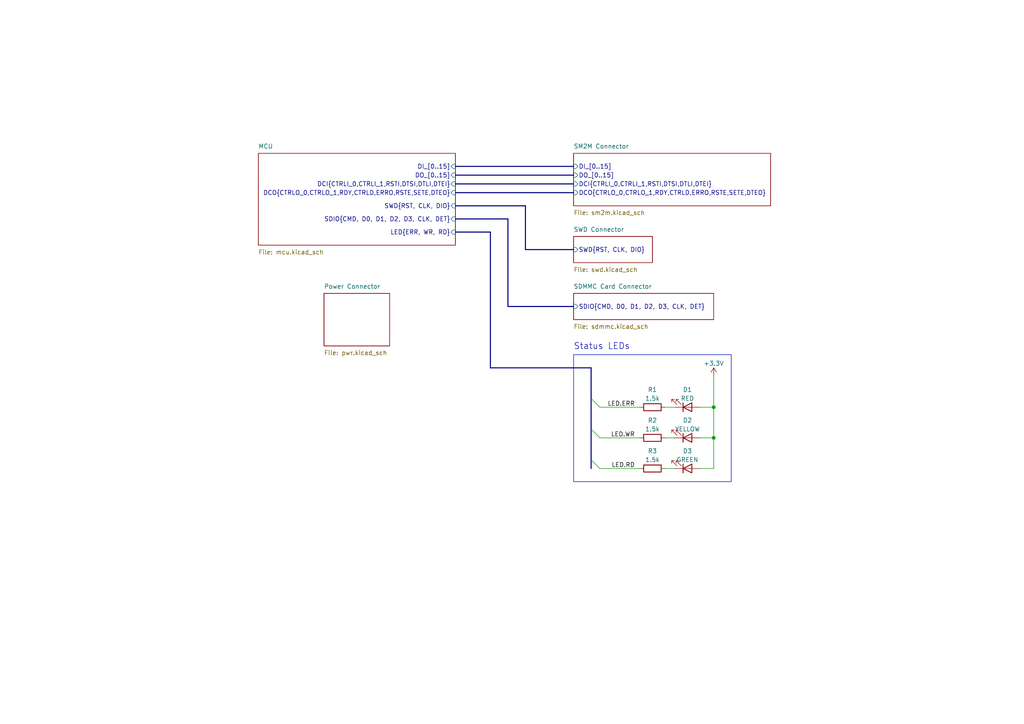
<source format=kicad_sch>
(kicad_sch (version 20230121) (generator eeschema)
  (paper "A4")
  (title_block (title "SM2M SDMMC Adapter") (date "2023-02-16") (rev "2") (company "Artem Korobko"))
  (lib_symbols
    (symbol "Device:LED" (pin_numbers hide) (pin_names (offset 1.016) hide)
      (property "Reference" "D" (at 0 2.54 0))
      (property "Value" "LED" (at 0 -2.54 0))
      (symbol "LED_0_1"
        (polyline (pts (xy -1.27 -1.27) (xy -1.27 1.27)) (stroke (width 0.254)))
        (polyline (pts (xy -1.27 0) (xy 1.27 0)))
        (polyline (pts (xy 1.27 -1.27) (xy 1.27 1.27) (xy -1.27 0) (xy 1.27 -1.27)) (stroke (width 0.254)))
        (polyline (pts (xy -3.048 -0.762) (xy -4.572 -2.286) (xy -3.81 -2.286) (xy -4.572 -2.286) (xy -4.572 -1.524)))
        (polyline (pts (xy -1.778 -0.762) (xy -3.302 -2.286) (xy -2.54 -2.286) (xy -3.302 -2.286) (xy -3.302 -1.524)))
      )
      (symbol "LED_1_1"
        (pin passive line (at -3.81 0 0) (length 2.54) (name "K") (number "1"))
        (pin passive line (at 3.81 0 180) (length 2.54) (name "A") (number "2"))
      )
    )
    (symbol "Device:R" (pin_numbers hide) (pin_names (offset 0))
      (property "Reference" "R" (at 2.032 0 90))
      (property "Value" "R" (at 0 0 90))
      (symbol "R_0_1"
        (rectangle (start -1.016 -2.54) (end 1.016 2.54) (stroke (width 0.254)))
      )
      (symbol "R_1_1"
        (pin passive line (at 0 3.81 270) (length 1.27) (name "~") (number "1"))
        (pin passive line (at 0 -3.81 90) (length 1.27) (name "~") (number "2"))
      )
    )
    (symbol "power:+3.3V" (power) (pin_names (offset 0))
      (property "Value" "+3.3V" (at 0 3.556 0))
      (symbol "+3.3V_0_1"
        (polyline (pts (xy -0.762 1.27) (xy 0 2.54)))
        (polyline (pts (xy 0 0) (xy 0 2.54)))
        (polyline (pts (xy 0 2.54) (xy 0.762 1.27)))
      )
      (symbol "+3.3V_1_1"
        (pin power_in line (at 0 0 90) (length 0) hide (name "+3.3V") (number "1"))
      )
    )
  )
  (junction (at 207.01 118.11))
  (junction (at 207.01 127))
  (bus_entry (at 171.45 124.46) (size 2.54 2.54))
  (bus_entry (at 171.45 133.35) (size 2.54 2.54))
  (bus_entry (at 171.45 115.57) (size 2.54 2.54))
  (bus (pts (xy 132.08 63.5) (xy 147.32 63.5)))
  (wire (pts (xy 173.99 127) (xy 185.42 127)))
  (bus (pts (xy 142.24 67.31) (xy 142.24 106.68)))
  (wire (pts (xy 173.99 135.89) (xy 185.42 135.89)))
  (wire (pts (xy 203.2 127) (xy 207.01 127)))
  (wire (pts (xy 193.04 118.11) (xy 195.58 118.11)))
  (wire (pts (xy 207.01 118.11) (xy 207.01 127)))
  (bus (pts (xy 132.08 59.69) (xy 152.4 59.69)))
  (bus (pts (xy 171.45 106.68) (xy 171.45 115.57)))
  (bus (pts (xy 147.32 63.5) (xy 147.32 88.9)))
  (wire (pts (xy 193.04 127) (xy 195.58 127)))
  (bus (pts (xy 171.45 115.57) (xy 171.45 124.46)))
  (bus (pts (xy 132.08 55.88) (xy 166.37 55.88)))
  (bus (pts (xy 147.32 88.9) (xy 166.37 88.9)))
  (bus (pts (xy 132.08 67.31) (xy 142.24 67.31)))
  (bus (pts (xy 171.45 124.46) (xy 171.45 133.35)))
  (bus (pts (xy 171.45 133.35) (xy 171.45 135.89)))
  (bus (pts (xy 142.24 106.68) (xy 171.45 106.68)))
  (bus (pts (xy 152.4 72.39) (xy 166.37 72.39)))
  (wire (pts (xy 203.2 118.11) (xy 207.01 118.11)))
  (bus (pts (xy 132.08 48.26) (xy 166.37 48.26)))
  (wire (pts (xy 173.99 118.11) (xy 185.42 118.11)))
  (bus (pts (xy 152.4 59.69) (xy 152.4 72.39)))
  (wire (pts (xy 207.01 109.22) (xy 207.01 118.11)))
  (wire (pts (xy 203.2 135.89) (xy 207.01 135.89)))
  (bus (pts (xy 132.08 50.8) (xy 166.37 50.8)))
  (bus (pts (xy 132.08 53.34) (xy 166.37 53.34)))
  (wire (pts (xy 207.01 127) (xy 207.01 135.89)))
  (wire (pts (xy 193.04 135.89) (xy 195.58 135.89)))
  (rectangle (start 166.37 102.87) (end 212.09 139.7))
  (text "Status LEDs" (at 166.37 101.6 0) (effects (font (size 1.8 1.8)) (justify left bottom)))
  (label "LED.RD" (at 184.15 135.89 180))
  (label "LED.ERR" (at 184.15 118.11 180))
  (label "LED.WR" (at 184.15 127 180))
  (symbol (lib_id "Device:LED") (at 199.39 118.11 0) (mirror x) (unit 1)
    (property "Reference" "D1" (at 199.39 113.03 0))
    (property "Value" "RED" (at 199.39 115.57 0))
    (property "Footprint" "LED_SMD:LED_0603_1608Metric" (effects hide))
  )
  (symbol (lib_id "Device:R") (at 189.23 118.11 90) (unit 1)
    (property "Reference" "R1" (at 189.23 113.03 90))
    (property "Value" "1.5k" (at 189.23 115.57 90))
    (property "Footprint" "Resistor_SMD:R_0603_1608Metric" (effects hide))
  )
  (symbol (lib_id "Device:LED") (at 199.39 127 0) (mirror x) (unit 1)
    (property "Reference" "D2" (at 199.39 121.92 0))
    (property "Value" "YELLOW" (at 199.39 124.46 0))
    (property "Footprint" "LED_SMD:LED_0603_1608Metric" (effects hide))
  )
  (symbol (lib_id "Device:R") (at 189.23 127 90) (unit 1)
    (property "Reference" "R2" (at 189.23 121.92 90))
    (property "Value" "1.5k" (at 189.23 124.46 90))
    (property "Footprint" "Resistor_SMD:R_0603_1608Metric" (effects hide))
  )
  (symbol (lib_id "Device:LED") (at 199.39 135.89 0) (mirror x) (unit 1)
    (property "Reference" "D3" (at 199.39 130.81 0))
    (property "Value" "GREEN" (at 199.39 133.35 0))
    (property "Footprint" "LED_SMD:LED_0603_1608Metric" (effects hide))
  )
  (symbol (lib_id "power:+3.3V") (at 207.01 109.22 0) (unit 1)
    (property "Reference" "#PWR02" (effects hide))
    (property "Value" "+3.3V" (at 207.01 105.41 0))
  )
  (symbol (lib_id "Device:R") (at 189.23 135.89 90) (unit 1)
    (property "Reference" "R3" (at 189.23 130.81 90))
    (property "Value" "1.5k" (at 189.23 133.35 90))
    (property "Footprint" "Resistor_SMD:R_0603_1608Metric" (effects hide))
  )
  (sheet (at 93.98 85.09) (size 19.05 15.24) (stroke (width 0.1524))
    (property "Sheetname" "Power Connector" (at 93.98 83.82 0) (effects (justify left bottom)))
    (property "Sheetfile" "pwr.kicad_sch" (at 93.98 101.6 0) (effects (justify left top)))
  )
  (sheet (at 166.37 68.58) (size 22.86 7.62) (stroke (width 0.1524))
    (property "Sheetname" "SWD Connector" (at 166.37 67.31 0) (effects (justify left bottom)))
    (property "Sheetfile" "swd.kicad_sch" (at 166.37 77.47 0) (effects (justify left top)))
    (pin "SWD{RST, CLK, DIO}" input (at 166.37 72.39 180))
  )
  (sheet (at 166.37 44.45) (size 57.15 15.24) (stroke (width 0.1524))
    (property "Sheetname" "SM2M Connector" (at 166.37 43.18 0) (effects (justify left bottom)))
    (property "Sheetfile" "sm2m.kicad_sch" (at 166.37 60.96 0) (effects (justify left top)))
    (pin "DO_[0..15]" input (at 166.37 50.8 180))
    (pin "DI_[0..15]" input (at 166.37 48.26 180))
    (pin "DCI{CTRLI_0,CTRLI_1,RSTI,DTSI,DTLI,DTEI}" input (at 166.37 53.34 180))
    (pin "DCO{CTRLO_0,CTRLO_1,RDY,CTRLD,ERRO,RSTE,SETE,DTEO}" input (at 166.37 55.88 180))
  )
  (sheet (at 74.93 44.45) (size 57.15 26.67) (stroke (width 0.1524))
    (property "Sheetname" "MCU" (at 74.93 43.18 0) (effects (justify left bottom)))
    (property "Sheetfile" "mcu.kicad_sch" (at 74.93 72.39 0) (effects (justify left top)))
    (pin "SWD{RST, CLK, DIO}" input (at 132.08 59.69 0))
    (pin "LED{ERR, WR, RD}" input (at 132.08 67.31 0))
    (pin "SDIO{CMD, D0, D1, D2, D3, CLK, DET}" input (at 132.08 63.5 0))
    (pin "DO_[0..15]" input (at 132.08 50.8 0))
    (pin "DI_[0..15]" input (at 132.08 48.26 0))
    (pin "DCO{CTRLO_0,CTRLO_1,RDY,CTRLD,ERRO,RSTE,SETE,DTEO}" input (at 132.08 55.88 0))
    (pin "DCI{CTRLI_0,CTRLI_1,RSTI,DTSI,DTLI,DTEI}" input (at 132.08 53.34 0))
  )
  (sheet (at 166.37 85.09) (size 40.64 7.62) (stroke (width 0.1524))
    (property "Sheetname" "SDMMC Card Connector" (at 166.37 83.82 0) (effects (justify left bottom)))
    (property "Sheetfile" "sdmmc.kicad_sch" (at 166.37 93.98 0) (effects (justify left top)))
    (pin "SDIO{CMD, D0, D1, D2, D3, CLK, DET}" input (at 166.37 88.9 180))
  )
)
</source>
